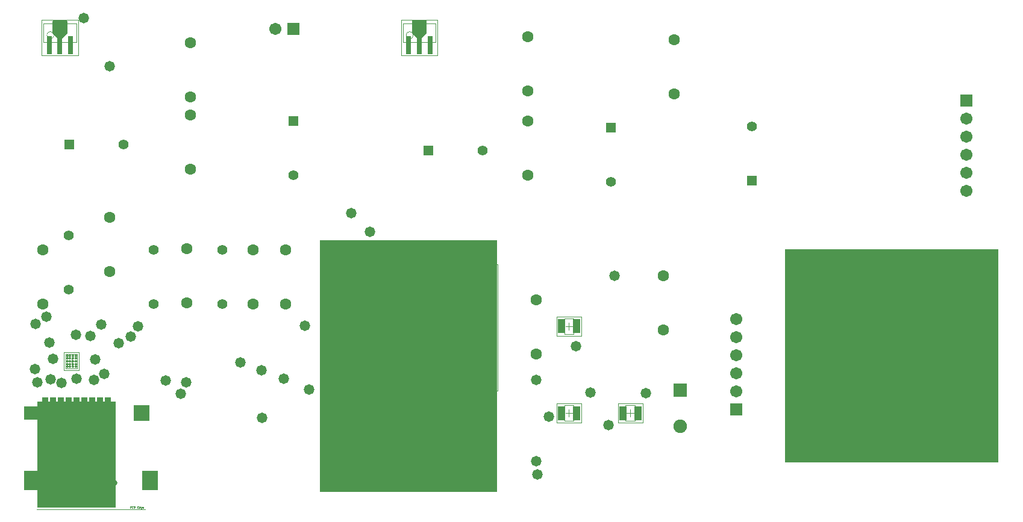
<source format=gts>
G04 Layer_Color=8388736*
%FSLAX25Y25*%
%MOIN*%
G70*
G01*
G75*
%ADD22C,0.00394*%
%ADD23C,0.00118*%
%ADD24R,0.43307X0.59055*%
%ADD25R,1.18110X1.18110*%
%ADD26R,0.98425X1.39764*%
%ADD27C,0.00197*%
%ADD42R,0.03950X0.02572*%
%ADD43R,0.12257X0.01666*%
%ADD44C,0.01391*%
%ADD45R,0.08674X0.10642*%
%ADD46R,0.03600X0.08800*%
%ADD47R,0.08674X0.09100*%
%ADD48R,0.08674X0.07500*%
%ADD49R,0.03162X0.10249*%
%ADD50R,0.03162X0.09658*%
%ADD51C,0.06312*%
%ADD52C,0.05524*%
%ADD53R,0.05524X0.05524*%
%ADD54R,0.05524X0.05524*%
%ADD55C,0.06706*%
%ADD56R,0.06706X0.06706*%
%ADD57C,0.07493*%
%ADD58R,0.07493X0.07493*%
%ADD59R,0.06706X0.06706*%
%ADD60C,0.03162*%
%ADD61C,0.05800*%
G36*
X16606Y270818D02*
X16606D01*
D01*
X17606Y270818D01*
X23347D01*
X23399Y270815D01*
X23450Y270805D01*
X23500Y270788D01*
X23547Y270764D01*
X23591Y270735D01*
X23630Y270701D01*
X23664Y270661D01*
X23694Y270618D01*
X23717Y270571D01*
X23734Y270521D01*
X23744Y270470D01*
X23747Y270417D01*
Y267717D01*
Y263976D01*
X23744Y263924D01*
X23734Y263873D01*
X23717Y263823D01*
X23694Y263776D01*
X23664Y263732D01*
X23630Y263693D01*
X21071Y261134D01*
X21031Y261099D01*
X20988Y261070D01*
X20941Y261047D01*
X20891Y261030D01*
X20840Y261020D01*
X20787Y261017D01*
X18425D01*
X18373Y261020D01*
X18322Y261030D01*
X18272Y261047D01*
X18225Y261070D01*
X18181Y261099D01*
X18142Y261134D01*
X15583Y263693D01*
X15548Y263732D01*
X15519Y263776D01*
X15496Y263823D01*
X15479Y263873D01*
X15469Y263924D01*
X15465Y263976D01*
Y267717D01*
Y269917D01*
Y269917D01*
Y269917D01*
X15465Y270417D01*
D01*
Y270417D01*
X15469Y270470D01*
X15471Y270480D01*
X15479Y270521D01*
X15487Y270546D01*
X15496Y270571D01*
X15519Y270618D01*
X15539Y270647D01*
X15548Y270662D01*
X15583Y270701D01*
X15583D01*
Y270701D01*
X15622Y270736D01*
X15637Y270745D01*
X15666Y270765D01*
X15713Y270788D01*
X15738Y270796D01*
X15763Y270805D01*
X15804Y270813D01*
X15814Y270815D01*
X15866Y270818D01*
X15866D01*
D01*
X16606Y270818D01*
D02*
G37*
G36*
X215425Y270818D02*
X215425D01*
D01*
X216425Y270818D01*
X222165D01*
X222218Y270815D01*
X222269Y270805D01*
X222319Y270788D01*
X222366Y270764D01*
X222409Y270735D01*
X222449Y270701D01*
X222483Y270661D01*
X222513Y270618D01*
X222536Y270571D01*
X222553Y270521D01*
X222563Y270470D01*
X222566Y270417D01*
Y267717D01*
Y263976D01*
X222563Y263924D01*
X222553Y263873D01*
X222536Y263823D01*
X222513Y263776D01*
X222483Y263732D01*
X222449Y263693D01*
X219890Y261134D01*
X219850Y261099D01*
X219807Y261070D01*
X219760Y261047D01*
X219710Y261030D01*
X219659Y261020D01*
X219606Y261017D01*
X217244D01*
X217192Y261020D01*
X217140Y261030D01*
X217091Y261047D01*
X217044Y261070D01*
X217000Y261099D01*
X216961Y261134D01*
X214402Y263693D01*
X214367Y263732D01*
X214338Y263776D01*
X214315Y263823D01*
X214298Y263873D01*
X214288Y263924D01*
X214284Y263976D01*
Y267717D01*
Y269917D01*
Y269917D01*
Y269917D01*
X214284Y270417D01*
D01*
Y270417D01*
X214288Y270470D01*
X214290Y270480D01*
X214298Y270521D01*
X214306Y270546D01*
X214315Y270571D01*
X214338Y270618D01*
X214357Y270647D01*
X214367Y270661D01*
X214402Y270701D01*
X214402D01*
Y270701D01*
X214441Y270736D01*
X214456Y270745D01*
X214485Y270765D01*
X214532Y270788D01*
X214557Y270796D01*
X214581Y270805D01*
X214623Y270813D01*
X214633Y270815D01*
X214685Y270818D01*
X214685D01*
D01*
X215425Y270818D01*
D02*
G37*
D22*
X6778Y361D02*
X66766D01*
X249660Y130391D02*
G03*
X249660Y130391I-1969J0D01*
G01*
X215079Y262795D02*
G03*
X215079Y262795I-1969J0D01*
G01*
X16260Y262795D02*
G03*
X16260Y262795I-1969J0D01*
G01*
X332565Y49213D02*
Y57874D01*
X337880Y49213D02*
Y57874D01*
X332565D02*
X337880D01*
X332565Y49213D02*
X337880D01*
X298620D02*
Y57874D01*
X303935Y49213D02*
Y57874D01*
X298620D02*
X303935D01*
X298620Y49213D02*
X303935D01*
X298620Y97390D02*
Y106051D01*
X303935Y97390D02*
Y106051D01*
X298620D02*
X303935D01*
X298620Y97390D02*
X303935D01*
X244148Y67792D02*
X253518D01*
X244148Y133934D02*
X253518D01*
Y67792D02*
Y133934D01*
X244148Y67792D02*
Y133934D01*
X22913Y78425D02*
Y86142D01*
X29055Y78425D02*
Y86142D01*
X22913D02*
X29055D01*
X22913Y78425D02*
X29055D01*
X209370Y259055D02*
X227480D01*
X209370Y269291D02*
X227480D01*
X209370Y259055D02*
Y269291D01*
X227480Y259055D02*
Y269291D01*
X28661Y259055D02*
Y269291D01*
X10551Y259055D02*
Y269291D01*
X28661D01*
X10551Y259055D02*
X28661D01*
X333254Y53543D02*
X337191D01*
X335222Y51575D02*
Y55512D01*
X299309Y53543D02*
X303246D01*
X301277Y51575D02*
Y55512D01*
X299309Y101720D02*
X303246D01*
X301277Y99752D02*
Y103689D01*
X248833Y98895D02*
Y102832D01*
X246865Y100863D02*
X250802D01*
X24016Y82283D02*
X27953D01*
X25984Y80315D02*
Y84252D01*
X218425Y262205D02*
Y266142D01*
X216457Y264173D02*
X220394D01*
X17638D02*
X21575D01*
X19606Y262205D02*
Y266142D01*
D23*
X58366Y1061D02*
Y2045D01*
X58858D01*
X59022Y1881D01*
Y1553D01*
X58858Y1389D01*
X58366D01*
X60006Y1881D02*
X59842Y2045D01*
X59514D01*
X59350Y1881D01*
Y1225D01*
X59514Y1061D01*
X59842D01*
X60006Y1225D01*
X60334Y2045D02*
Y1061D01*
X60826D01*
X60990Y1225D01*
Y1389D01*
X60826Y1553D01*
X60334D01*
X60826D01*
X60990Y1717D01*
Y1881D01*
X60826Y2045D01*
X60334D01*
X62958D02*
X62302D01*
Y1061D01*
X62958D01*
X62302Y1553D02*
X62630D01*
X63942Y2045D02*
Y1061D01*
X63450D01*
X63286Y1225D01*
Y1553D01*
X63450Y1717D01*
X63942D01*
X64598Y733D02*
X64762D01*
X64926Y897D01*
Y1717D01*
X64434D01*
X64270Y1553D01*
Y1225D01*
X64434Y1061D01*
X64926D01*
X65746D02*
X65418D01*
X65254Y1225D01*
Y1553D01*
X65418Y1717D01*
X65746D01*
X65910Y1553D01*
Y1389D01*
X65254D01*
D24*
X28740Y30709D02*
D03*
D25*
X479921Y85433D02*
D03*
D26*
X212613Y79682D02*
D03*
D27*
X328431Y48228D02*
Y58858D01*
X342013Y48228D02*
Y58858D01*
X328431D02*
X342013D01*
X328431Y48228D02*
X342013D01*
X294486D02*
Y58858D01*
X308069Y48228D02*
Y58858D01*
X294486D02*
X308069D01*
X294486Y48228D02*
X308069D01*
X294486Y96406D02*
Y107035D01*
X308069Y96406D02*
Y107035D01*
X294486D02*
X308069D01*
X294486Y96406D02*
X308069D01*
X236038Y65824D02*
X261628D01*
X236038Y135902D02*
X261628D01*
Y65824D02*
Y135902D01*
X236038Y65824D02*
Y135902D01*
X21850Y77362D02*
Y87205D01*
X30118Y77362D02*
Y87205D01*
X21850D02*
X30118D01*
X21850Y77362D02*
X30118D01*
X208386Y251575D02*
X228465D01*
X208386Y271260D02*
X228465D01*
X208386Y251575D02*
Y271260D01*
X228465Y251575D02*
Y271260D01*
X29646Y251575D02*
Y271260D01*
X9567Y251575D02*
Y271260D01*
X29646D01*
X9567Y251575D02*
X29646D01*
D42*
X330990Y56102D02*
D03*
Y53543D02*
D03*
Y50984D02*
D03*
X339454D02*
D03*
Y53543D02*
D03*
Y56102D02*
D03*
X297045D02*
D03*
Y53543D02*
D03*
Y50984D02*
D03*
X305509D02*
D03*
Y53543D02*
D03*
Y56102D02*
D03*
X297045Y104280D02*
D03*
Y101720D02*
D03*
Y99161D02*
D03*
X305509D02*
D03*
Y101720D02*
D03*
Y104280D02*
D03*
D43*
X255428Y72753D02*
D03*
Y74406D02*
D03*
Y76060D02*
D03*
Y77713D02*
D03*
Y79367D02*
D03*
Y81021D02*
D03*
Y82674D02*
D03*
Y84328D02*
D03*
Y85981D02*
D03*
Y87635D02*
D03*
Y89288D02*
D03*
Y90942D02*
D03*
Y92595D02*
D03*
Y94249D02*
D03*
Y95902D02*
D03*
Y97556D02*
D03*
Y99210D02*
D03*
Y100863D02*
D03*
Y102517D02*
D03*
Y104170D02*
D03*
Y105824D02*
D03*
Y107477D02*
D03*
Y109131D02*
D03*
Y110784D02*
D03*
Y112438D02*
D03*
Y114091D02*
D03*
Y115745D02*
D03*
Y117398D02*
D03*
Y119052D02*
D03*
Y120706D02*
D03*
Y122359D02*
D03*
Y124013D02*
D03*
Y125666D02*
D03*
Y127320D02*
D03*
Y128973D02*
D03*
X242239Y72753D02*
D03*
Y74406D02*
D03*
Y76060D02*
D03*
Y77713D02*
D03*
Y79367D02*
D03*
Y81021D02*
D03*
Y82674D02*
D03*
Y84328D02*
D03*
Y85981D02*
D03*
Y87635D02*
D03*
Y89288D02*
D03*
Y90942D02*
D03*
Y92595D02*
D03*
Y94249D02*
D03*
Y95902D02*
D03*
Y97556D02*
D03*
Y99210D02*
D03*
Y100863D02*
D03*
Y102517D02*
D03*
Y104170D02*
D03*
Y105824D02*
D03*
Y107477D02*
D03*
Y109131D02*
D03*
Y110784D02*
D03*
Y112438D02*
D03*
Y114091D02*
D03*
Y115745D02*
D03*
Y117398D02*
D03*
Y119052D02*
D03*
Y120706D02*
D03*
Y122359D02*
D03*
Y124013D02*
D03*
Y125666D02*
D03*
Y127320D02*
D03*
Y128973D02*
D03*
D44*
X23622Y85433D02*
D03*
X25197D02*
D03*
X26772D02*
D03*
X28346D02*
D03*
X23622Y83858D02*
D03*
X25197D02*
D03*
X26772D02*
D03*
X28346D02*
D03*
X23622Y82283D02*
D03*
X25197D02*
D03*
X26772D02*
D03*
X28346D02*
D03*
X23622Y80709D02*
D03*
X25197D02*
D03*
X26772D02*
D03*
X28346D02*
D03*
X23622Y79134D02*
D03*
X25197D02*
D03*
X26772D02*
D03*
X28346D02*
D03*
D45*
X4266Y16260D02*
D03*
X69366D02*
D03*
D46*
X11567Y58061D02*
D03*
X15898D02*
D03*
X20228D02*
D03*
X24559D02*
D03*
X28890D02*
D03*
X46213D02*
D03*
X41882D02*
D03*
X37551D02*
D03*
X33221D02*
D03*
D47*
X64846Y53661D02*
D03*
D48*
X4266D02*
D03*
D49*
X212520Y257283D02*
D03*
X224331D02*
D03*
X25512D02*
D03*
X13701D02*
D03*
D50*
X218425Y256890D02*
D03*
X19606D02*
D03*
D51*
X278347Y215394D02*
D03*
Y185394D02*
D03*
X278346Y261850D02*
D03*
Y231850D02*
D03*
X91732Y218543D02*
D03*
Y188543D02*
D03*
X91732Y258701D02*
D03*
Y228701D02*
D03*
X89900Y114500D02*
D03*
Y144500D02*
D03*
X47200Y131900D02*
D03*
Y161900D02*
D03*
X353379Y129567D02*
D03*
Y99567D02*
D03*
X359449Y230276D02*
D03*
Y260276D02*
D03*
X144600Y113800D02*
D03*
Y143800D02*
D03*
X126400Y113900D02*
D03*
Y143900D02*
D03*
X283254Y86181D02*
D03*
Y116181D02*
D03*
X10000Y114100D02*
D03*
Y144100D02*
D03*
D52*
X324410Y181457D02*
D03*
X253583Y198819D02*
D03*
X71500Y113800D02*
D03*
Y143800D02*
D03*
X54764Y202362D02*
D03*
X148819Y185394D02*
D03*
X109600Y113900D02*
D03*
Y143900D02*
D03*
X402362Y212244D02*
D03*
X24400Y122100D02*
D03*
Y152100D02*
D03*
D53*
X324410Y211457D02*
D03*
X148819Y215394D02*
D03*
X402362Y182244D02*
D03*
D54*
X223583Y198819D02*
D03*
X24764Y202362D02*
D03*
D55*
X138819Y266142D02*
D03*
X393883Y105512D02*
D03*
Y95512D02*
D03*
Y85512D02*
D03*
Y75512D02*
D03*
Y65512D02*
D03*
X521260Y176772D02*
D03*
Y186772D02*
D03*
Y196772D02*
D03*
Y206772D02*
D03*
Y216772D02*
D03*
D56*
X148819Y266142D02*
D03*
D57*
X362781Y46299D02*
D03*
D58*
Y66299D02*
D03*
D59*
X393883Y55512D02*
D03*
X521260Y226772D02*
D03*
D60*
X49862Y15061D02*
D03*
X18366Y14972D02*
D03*
D61*
X313200Y65000D02*
D03*
X343700Y64500D02*
D03*
X283000Y27100D02*
D03*
X283800Y19700D02*
D03*
X283254Y71846D02*
D03*
X323000Y46800D02*
D03*
X290000Y51500D02*
D03*
X131400Y50900D02*
D03*
X62800Y101700D02*
D03*
X47200Y245600D02*
D03*
X42400Y102500D02*
D03*
X86600Y64300D02*
D03*
X157600Y66600D02*
D03*
X143500Y72700D02*
D03*
X131100Y77200D02*
D03*
X119300Y81600D02*
D03*
X78200Y71500D02*
D03*
X89300Y70700D02*
D03*
X38400Y72000D02*
D03*
X28900Y72700D02*
D03*
X44000Y75200D02*
D03*
X52100Y92300D02*
D03*
X58900Y96000D02*
D03*
X39100Y83200D02*
D03*
X5800Y77800D02*
D03*
X13900Y92700D02*
D03*
X28300Y97000D02*
D03*
X6100Y102900D02*
D03*
X36600Y96300D02*
D03*
X12100Y106800D02*
D03*
X20300Y70300D02*
D03*
X14300Y72400D02*
D03*
X7100Y70700D02*
D03*
X305198Y90551D02*
D03*
X32677Y272441D02*
D03*
X326561Y129528D02*
D03*
X15800Y83700D02*
D03*
X180800Y164200D02*
D03*
X191200Y153800D02*
D03*
X155200Y102100D02*
D03*
M02*

</source>
